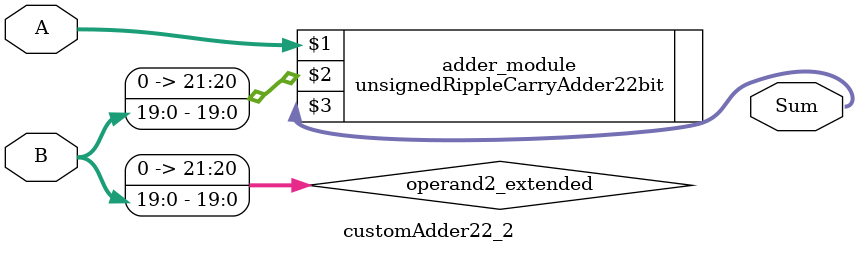
<source format=v>

module customAdder22_2(
                    input [21 : 0] A,
                    input [19 : 0] B,
                    
                    output [22 : 0] Sum
            );

    wire [21 : 0] operand2_extended;
    
    assign operand2_extended =  {2'b0, B};
    
    unsignedRippleCarryAdder22bit adder_module(
        A,
        operand2_extended,
        Sum
    );
    
endmodule
        
</source>
